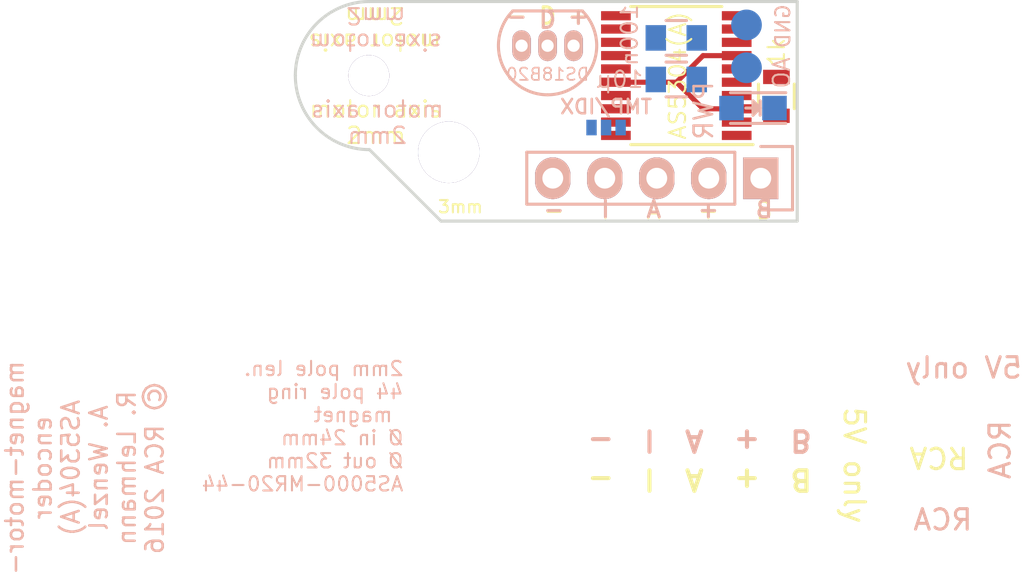
<source format=kicad_pcb>
(kicad_pcb (version 4) (host pcbnew 4.0.2-2.fc24-product)

  (general
    (links 22)
    (no_connects 20)
    (area 83.998999 43.295499 108.660001 54.177001)
    (thickness 1.6)
    (drawings 23)
    (tracks 5)
    (zones 0)
    (modules 12)
    (nets 20)
  )

  (page A4)
  (layers
    (0 F.Cu signal)
    (31 B.Cu signal)
    (32 B.Adhes user)
    (33 F.Adhes user)
    (34 B.Paste user)
    (35 F.Paste user)
    (36 B.SilkS user)
    (37 F.SilkS user)
    (38 B.Mask user)
    (39 F.Mask user)
    (40 Dwgs.User user)
    (41 Cmts.User user)
    (42 Eco1.User user)
    (43 Eco2.User user)
    (44 Edge.Cuts user)
    (45 Margin user)
    (46 B.CrtYd user)
    (47 F.CrtYd user)
    (48 B.Fab user)
    (49 F.Fab user)
  )

  (setup
    (last_trace_width 0.25)
    (trace_clearance 0.2)
    (zone_clearance 0.508)
    (zone_45_only yes)
    (trace_min 0.2)
    (segment_width 0.2)
    (edge_width 0.15)
    (via_size 0.6)
    (via_drill 0.4)
    (via_min_size 0.4)
    (via_min_drill 0.3)
    (uvia_size 0.3)
    (uvia_drill 0.1)
    (uvias_allowed no)
    (uvia_min_size 0.2)
    (uvia_min_drill 0.1)
    (pcb_text_width 0.3)
    (pcb_text_size 1.5 1.5)
    (mod_edge_width 0.15)
    (mod_text_size 1 1)
    (mod_text_width 0.15)
    (pad_size 2 2)
    (pad_drill 2)
    (pad_to_mask_clearance 0.2)
    (aux_axis_origin 0 0)
    (visible_elements FFFFF7FF)
    (pcbplotparams
      (layerselection 0x010f0_80000001)
      (usegerberextensions true)
      (excludeedgelayer true)
      (linewidth 0.100000)
      (plotframeref false)
      (viasonmask false)
      (mode 1)
      (useauxorigin false)
      (hpglpennumber 1)
      (hpglpenspeed 20)
      (hpglpendiameter 15)
      (hpglpenoverlay 2)
      (psnegative false)
      (psa4output false)
      (plotreference false)
      (plotvalue true)
      (plotinvisibletext false)
      (padsonsilk false)
      (subtractmaskfromsilk false)
      (outputformat 1)
      (mirror false)
      (drillshape 0)
      (scaleselection 1)
      (outputdirectory gerber/))
  )

  (net 0 "")
  (net 1 +5V)
  (net 2 GND)
  (net 3 "Net-(D1-Pad1)")
  (net 4 "Net-(U2-Pad5)")
  (net 5 "Net-(U2-Pad9)")
  (net 6 "Net-(U2-Pad10)")
  (net 7 "Net-(U2-Pad11)")
  (net 8 "Net-(U2-Pad12)")
  (net 9 "Net-(U2-Pad13)")
  (net 10 "Net-(U2-Pad14)")
  (net 11 "Net-(U2-Pad17)")
  (net 12 "Net-(U2-Pad18)")
  (net 13 "Net-(U2-Pad19)")
  (net 14 /B)
  (net 15 /A)
  (net 16 /TMP_IDX)
  (net 17 /TMP)
  (net 18 /IDX)
  (net 19 /AO)

  (net_class Default "This is the default net class."
    (clearance 0.2)
    (trace_width 0.25)
    (via_dia 0.6)
    (via_drill 0.4)
    (uvia_dia 0.3)
    (uvia_drill 0.1)
    (add_net +5V)
    (add_net /A)
    (add_net /AO)
    (add_net /B)
    (add_net /IDX)
    (add_net /TMP)
    (add_net /TMP_IDX)
    (add_net GND)
    (add_net "Net-(D1-Pad1)")
    (add_net "Net-(U2-Pad10)")
    (add_net "Net-(U2-Pad11)")
    (add_net "Net-(U2-Pad12)")
    (add_net "Net-(U2-Pad13)")
    (add_net "Net-(U2-Pad14)")
    (add_net "Net-(U2-Pad17)")
    (add_net "Net-(U2-Pad18)")
    (add_net "Net-(U2-Pad19)")
    (add_net "Net-(U2-Pad5)")
    (add_net "Net-(U2-Pad9)")
  )

  (module Mounting_Holes:MountingHole_3mm (layer F.Cu) (tedit 5797BC4B) (tstamp 57827FD3)
    (at 91.567 50.7365)
    (descr "Mounting hole, Befestigungsbohrung, 3mm, No Annular, Kein Restring,")
    (tags "Mounting hole, Befestigungsbohrung, 3mm, No Annular, Kein Restring,")
    (fp_text reference REF** (at 2.413 -0.127 90) (layer F.SilkS) hide
      (effects (font (size 0.6 0.6) (thickness 0.1)))
    )
    (fp_text value 3mm (at 0.5715 2.667 180) (layer F.SilkS)
      (effects (font (size 0.6 0.6) (thickness 0.1)))
    )
    (fp_circle (center 0 0) (end 3 0) (layer Cmts.User) (width 0.381))
    (pad 1 thru_hole circle (at 0 0) (size 3 3) (drill 3) (layers))
  )

  (module Capacitors_SMD:C_0805 (layer B.Cu) (tedit 5797BC0A) (tstamp 57822A43)
    (at 102.6795 45.1485)
    (descr "Capacitor SMD 0805, reflow soldering, AVX (see smccp.pdf)")
    (tags "capacitor 0805")
    (path /5781668B)
    (attr smd)
    (fp_text reference C1 (at 0.762 -2.54 270) (layer B.SilkS) hide
      (effects (font (size 0.8 0.8) (thickness 0.1)) (justify mirror))
    )
    (fp_text value 100n (at -2.286 -0.127 90) (layer B.SilkS)
      (effects (font (size 0.8 0.8) (thickness 0.1)) (justify mirror))
    )
    (fp_line (start -1.8 1) (end 1.8 1) (layer B.CrtYd) (width 0.05))
    (fp_line (start -1.8 -1) (end 1.8 -1) (layer B.CrtYd) (width 0.05))
    (fp_line (start -1.8 1) (end -1.8 -1) (layer B.CrtYd) (width 0.05))
    (fp_line (start 1.8 1) (end 1.8 -1) (layer B.CrtYd) (width 0.05))
    (fp_line (start 0.5 0.85) (end -0.5 0.85) (layer B.SilkS) (width 0.15))
    (fp_line (start -0.5 -0.85) (end 0.5 -0.85) (layer B.SilkS) (width 0.15))
    (pad 1 smd rect (at -1 0) (size 1 1.25) (layers B.Cu B.Paste B.Mask)
      (net 1 +5V))
    (pad 2 smd rect (at 1 0) (size 1 1.25) (layers B.Cu B.Paste B.Mask)
      (net 2 GND))
    (model Capacitors_SMD.3dshapes/C_0805.wrl
      (at (xyz 0 0 0))
      (scale (xyz 1 1 1))
      (rotate (xyz 0 0 0))
    )
  )

  (module Housings_SSOP:TSSOP-20_4.4x6.5mm_Pitch0.65mm (layer F.Cu) (tedit 5797BCDA) (tstamp 57822A84)
    (at 102.68 46.99 180)
    (descr "20-Lead Plastic Thin Shrink Small Outline (ST)-4.4 mm Body [TSSOP] (see Microchip Packaging Specification 00000049BS.pdf)")
    (tags "SSOP 0.65")
    (path /57816357)
    (attr smd)
    (fp_text reference U2 (at 1.461 4.6355 270) (layer F.SilkS) hide
      (effects (font (size 0.8 0.8) (thickness 0.1)))
    )
    (fp_text value "AS5304(A)" (at -0.063 0 270) (layer F.SilkS)
      (effects (font (size 0.8 0.8) (thickness 0.1)))
    )
    (fp_line (start -3.95 -3.55) (end -3.95 3.55) (layer F.CrtYd) (width 0.05))
    (fp_line (start 3.95 -3.55) (end 3.95 3.55) (layer F.CrtYd) (width 0.05))
    (fp_line (start -3.95 -3.55) (end 3.95 -3.55) (layer F.CrtYd) (width 0.05))
    (fp_line (start -3.95 3.55) (end 3.95 3.55) (layer F.CrtYd) (width 0.05))
    (fp_line (start -2.225 3.375) (end 2.225 3.375) (layer F.SilkS) (width 0.15))
    (fp_line (start -3.75 -3.375) (end 2.225 -3.375) (layer F.SilkS) (width 0.15))
    (pad 1 smd rect (at -2.95 -2.925 180) (size 1.45 0.45) (layers F.Cu F.Paste F.Mask)
      (net 2 GND))
    (pad 2 smd rect (at -2.95 -2.275 180) (size 1.45 0.45) (layers F.Cu F.Paste F.Mask)
      (net 15 /A))
    (pad 3 smd rect (at -2.95 -1.625 180) (size 1.45 0.45) (layers F.Cu F.Paste F.Mask)
      (net 1 +5V))
    (pad 4 smd rect (at -2.95 -0.975 180) (size 1.45 0.45) (layers F.Cu F.Paste F.Mask)
      (net 14 /B))
    (pad 5 smd rect (at -2.95 -0.325 180) (size 1.45 0.45) (layers F.Cu F.Paste F.Mask)
      (net 4 "Net-(U2-Pad5)"))
    (pad 6 smd rect (at -2.95 0.325 180) (size 1.45 0.45) (layers F.Cu F.Paste F.Mask)
      (net 19 /AO))
    (pad 7 smd rect (at -2.95 0.975 180) (size 1.45 0.45) (layers F.Cu F.Paste F.Mask)
      (net 1 +5V))
    (pad 8 smd rect (at -2.95 1.625 180) (size 1.45 0.45) (layers F.Cu F.Paste F.Mask)
      (net 18 /IDX))
    (pad 9 smd rect (at -2.95 2.275 180) (size 1.45 0.45) (layers F.Cu F.Paste F.Mask)
      (net 5 "Net-(U2-Pad9)"))
    (pad 10 smd rect (at -2.95 2.925 180) (size 1.45 0.45) (layers F.Cu F.Paste F.Mask)
      (net 6 "Net-(U2-Pad10)"))
    (pad 11 smd rect (at 2.95 2.925 180) (size 1.45 0.45) (layers F.Cu F.Paste F.Mask)
      (net 7 "Net-(U2-Pad11)"))
    (pad 12 smd rect (at 2.95 2.275 180) (size 1.45 0.45) (layers F.Cu F.Paste F.Mask)
      (net 8 "Net-(U2-Pad12)"))
    (pad 13 smd rect (at 2.95 1.625 180) (size 1.45 0.45) (layers F.Cu F.Paste F.Mask)
      (net 9 "Net-(U2-Pad13)"))
    (pad 14 smd rect (at 2.95 0.975 180) (size 1.45 0.45) (layers F.Cu F.Paste F.Mask)
      (net 10 "Net-(U2-Pad14)"))
    (pad 15 smd rect (at 2.95 0.325 180) (size 1.45 0.45) (layers F.Cu F.Paste F.Mask)
      (net 2 GND))
    (pad 16 smd rect (at 2.95 -0.325 180) (size 1.45 0.45) (layers F.Cu F.Paste F.Mask)
      (net 1 +5V))
    (pad 17 smd rect (at 2.95 -0.975 180) (size 1.45 0.45) (layers F.Cu F.Paste F.Mask)
      (net 11 "Net-(U2-Pad17)"))
    (pad 18 smd rect (at 2.95 -1.625 180) (size 1.45 0.45) (layers F.Cu F.Paste F.Mask)
      (net 12 "Net-(U2-Pad18)"))
    (pad 19 smd rect (at 2.95 -2.275 180) (size 1.45 0.45) (layers F.Cu F.Paste F.Mask)
      (net 13 "Net-(U2-Pad19)"))
    (pad 20 smd rect (at 2.95 -2.925 180) (size 1.45 0.45) (layers F.Cu F.Paste F.Mask)
      (net 2 GND))
    (model Housings_SSOP.3dshapes/TSSOP-20_4.4x6.5mm_Pitch0.65mm.wrl
      (at (xyz 0 0 0))
      (scale (xyz 1 1 1))
      (rotate (xyz 0 0 0))
    )
  )

  (module Capacitors_SMD:C_0805 (layer B.Cu) (tedit 5797BC1F) (tstamp 57822A49)
    (at 102.6795 47.1805)
    (descr "Capacitor SMD 0805, reflow soldering, AVX (see smccp.pdf)")
    (tags "capacitor 0805")
    (path /578166A4)
    (attr smd)
    (fp_text reference C2 (at 0 0 270) (layer B.SilkS) hide
      (effects (font (size 0.8 0.8) (thickness 0.1)) (justify mirror))
    )
    (fp_text value 10µ (at -2.794 0) (layer B.SilkS)
      (effects (font (size 0.8 0.8) (thickness 0.1)) (justify mirror))
    )
    (fp_line (start -1.8 1) (end 1.8 1) (layer B.CrtYd) (width 0.05))
    (fp_line (start -1.8 -1) (end 1.8 -1) (layer B.CrtYd) (width 0.05))
    (fp_line (start -1.8 1) (end -1.8 -1) (layer B.CrtYd) (width 0.05))
    (fp_line (start 1.8 1) (end 1.8 -1) (layer B.CrtYd) (width 0.05))
    (fp_line (start 0.5 0.85) (end -0.5 0.85) (layer B.SilkS) (width 0.15))
    (fp_line (start -0.5 -0.85) (end 0.5 -0.85) (layer B.SilkS) (width 0.15))
    (pad 1 smd rect (at -1 0) (size 1 1.25) (layers B.Cu B.Paste B.Mask)
      (net 1 +5V))
    (pad 2 smd rect (at 1 0) (size 1 1.25) (layers B.Cu B.Paste B.Mask)
      (net 2 GND))
    (model Capacitors_SMD.3dshapes/C_0805.wrl
      (at (xyz 0 0 0))
      (scale (xyz 1 1 1))
      (rotate (xyz 0 0 0))
    )
  )

  (module LEDs:LED_0805 (layer B.Cu) (tedit 5797BCD0) (tstamp 57822A4F)
    (at 106.426 48.5775 180)
    (descr "LED 0805 smd package")
    (tags "LED 0805 SMD")
    (path /578231AB)
    (attr smd)
    (fp_text reference D1 (at -2.921 -0.254 180) (layer B.SilkS) hide
      (effects (font (size 0.8 0.8) (thickness 0.1)) (justify mirror))
    )
    (fp_text value PWR (at 2.413 -0.127 450) (layer B.SilkS)
      (effects (font (size 0.9 0.9) (thickness 0.125)) (justify mirror))
    )
    (fp_line (start -1.6 -0.75) (end 1.1 -0.75) (layer B.SilkS) (width 0.15))
    (fp_line (start -1.6 0.75) (end 1.1 0.75) (layer B.SilkS) (width 0.15))
    (fp_line (start -0.1 -0.15) (end -0.1 0.1) (layer B.SilkS) (width 0.15))
    (fp_line (start -0.1 0.1) (end -0.25 -0.05) (layer B.SilkS) (width 0.15))
    (fp_line (start -0.35 0.35) (end -0.35 -0.35) (layer B.SilkS) (width 0.15))
    (fp_line (start 0 0) (end 0.35 0) (layer B.SilkS) (width 0.15))
    (fp_line (start -0.35 0) (end 0 0.35) (layer B.SilkS) (width 0.15))
    (fp_line (start 0 0.35) (end 0 -0.35) (layer B.SilkS) (width 0.15))
    (fp_line (start 0 -0.35) (end -0.35 0) (layer B.SilkS) (width 0.15))
    (fp_line (start 1.9 0.95) (end 1.9 -0.95) (layer B.CrtYd) (width 0.05))
    (fp_line (start 1.9 -0.95) (end -1.9 -0.95) (layer B.CrtYd) (width 0.05))
    (fp_line (start -1.9 -0.95) (end -1.9 0.95) (layer B.CrtYd) (width 0.05))
    (fp_line (start -1.9 0.95) (end 1.9 0.95) (layer B.CrtYd) (width 0.05))
    (pad 2 smd rect (at 1.04902 0) (size 1.19888 1.19888) (layers B.Cu B.Paste B.Mask)
      (net 1 +5V))
    (pad 1 smd rect (at -1.04902 0) (size 1.19888 1.19888) (layers B.Cu B.Paste B.Mask)
      (net 3 "Net-(D1-Pad1)"))
    (model LEDs.3dshapes/LED_0805.wrl
      (at (xyz 0 0 0))
      (scale (xyz 1 1 1))
      (rotate (xyz 0 0 0))
    )
  )

  (module Pin_Headers:Pin_Header_Straight_1x05 (layer B.Cu) (tedit 5797BCE2) (tstamp 57822A58)
    (at 106.807 52.0065 90)
    (descr "Through hole pin header")
    (tags "pin header")
    (path /57817BA9)
    (fp_text reference JP1 (at -3.1115 -0.8255 180) (layer B.SilkS) hide
      (effects (font (size 1 1) (thickness 0.15)) (justify mirror))
    )
    (fp_text value ENCODER (at 1.778 -5.08 180) (layer B.Fab)
      (effects (font (size 0.8 0.8) (thickness 0.1)) (justify mirror))
    )
    (fp_line (start -1.55 0) (end -1.55 1.55) (layer B.SilkS) (width 0.15))
    (fp_line (start -1.55 1.55) (end 1.55 1.55) (layer B.SilkS) (width 0.15))
    (fp_line (start 1.55 1.55) (end 1.55 0) (layer B.SilkS) (width 0.15))
    (fp_line (start -1.75 1.75) (end -1.75 -11.95) (layer B.CrtYd) (width 0.05))
    (fp_line (start 1.75 1.75) (end 1.75 -11.95) (layer B.CrtYd) (width 0.05))
    (fp_line (start -1.75 1.75) (end 1.75 1.75) (layer B.CrtYd) (width 0.05))
    (fp_line (start -1.75 -11.95) (end 1.75 -11.95) (layer B.CrtYd) (width 0.05))
    (fp_line (start 1.27 -1.27) (end 1.27 -11.43) (layer B.SilkS) (width 0.15))
    (fp_line (start 1.27 -11.43) (end -1.27 -11.43) (layer B.SilkS) (width 0.15))
    (fp_line (start -1.27 -11.43) (end -1.27 -1.27) (layer B.SilkS) (width 0.15))
    (fp_line (start 1.27 -1.27) (end -1.27 -1.27) (layer B.SilkS) (width 0.15))
    (pad 1 thru_hole rect (at 0 0 90) (size 2.032 1.7272) (drill 1.016) (layers *.Cu *.Mask B.SilkS)
      (net 14 /B))
    (pad 2 thru_hole oval (at 0 -2.54 90) (size 2.032 1.7272) (drill 1.016) (layers *.Cu *.Mask B.SilkS)
      (net 1 +5V))
    (pad 3 thru_hole oval (at 0 -5.08 90) (size 2.032 1.7272) (drill 1.016) (layers *.Cu *.Mask B.SilkS)
      (net 15 /A))
    (pad 4 thru_hole oval (at 0 -7.62 90) (size 2.032 1.7272) (drill 1.016) (layers *.Cu *.Mask B.SilkS)
      (net 16 /TMP_IDX))
    (pad 5 thru_hole oval (at 0 -10.16 90) (size 2.032 1.7272) (drill 1.016) (layers *.Cu *.Mask B.SilkS)
      (net 2 GND))
    (model Pin_Headers.3dshapes/Pin_Header_Straight_1x05.wrl
      (at (xyz 0 -0.2 0))
      (scale (xyz 1 1 1))
      (rotate (xyz 0 0 90))
    )
  )

  (module Resistors_SMD:R_0805 (layer F.Cu) (tedit 5797BCCD) (tstamp 57822A5E)
    (at 107.569 48.006 90)
    (descr "Resistor SMD 0805, reflow soldering, Vishay (see dcrcw.pdf)")
    (tags "resistor 0805")
    (path /57823260)
    (attr smd)
    (fp_text reference R1 (at 0.1905 2.159 180) (layer F.SilkS) hide
      (effects (font (size 0.8 0.8) (thickness 0.1)))
    )
    (fp_text value 1k (at 2.159 0 90) (layer F.SilkS)
      (effects (font (size 0.8 0.8) (thickness 0.1)))
    )
    (fp_line (start -1.6 -1) (end 1.6 -1) (layer F.CrtYd) (width 0.05))
    (fp_line (start -1.6 1) (end 1.6 1) (layer F.CrtYd) (width 0.05))
    (fp_line (start -1.6 -1) (end -1.6 1) (layer F.CrtYd) (width 0.05))
    (fp_line (start 1.6 -1) (end 1.6 1) (layer F.CrtYd) (width 0.05))
    (fp_line (start 0.6 0.875) (end -0.6 0.875) (layer F.SilkS) (width 0.15))
    (fp_line (start -0.6 -0.875) (end 0.6 -0.875) (layer F.SilkS) (width 0.15))
    (pad 1 smd rect (at -0.95 0 90) (size 0.7 1.3) (layers F.Cu F.Paste F.Mask)
      (net 3 "Net-(D1-Pad1)"))
    (pad 2 smd rect (at 0.95 0 90) (size 0.7 1.3) (layers F.Cu F.Paste F.Mask)
      (net 2 GND))
    (model Resistors_SMD.3dshapes/R_0805.wrl
      (at (xyz 0 0 0))
      (scale (xyz 1 1 1))
      (rotate (xyz 0 0 0))
    )
  )

  (module open-project:S_JUMPER_3 (layer B.Cu) (tedit 5797BC27) (tstamp 57822A65)
    (at 99.2505 49.53)
    (path /57818314)
    (fp_text reference SJ1 (at -1.905 0.127) (layer B.SilkS) hide
      (effects (font (size 0.762 0.762) (thickness 0.127)) (justify mirror))
    )
    (fp_text value TMP/IDX (at 0 -1.016) (layer B.SilkS)
      (effects (font (size 0.7 0.7) (thickness 0.125)) (justify mirror))
    )
    (pad 2 smd rect (at 0 0) (size 0.508 0.762) (layers B.Cu B.Paste B.Mask)
      (net 16 /TMP_IDX) (clearance 0.2032))
    (pad 1 smd rect (at -0.7112 0) (size 0.508 0.762) (layers B.Cu B.Paste B.Mask)
      (net 17 /TMP) (clearance 0.2032))
    (pad 3 smd rect (at 0.7112 0) (size 0.508 0.762) (layers B.Cu B.Paste B.Mask)
      (net 18 /IDX) (clearance 0.2032))
  )

  (module TO_SOT_Packages_THT:TO-92_Inline_Narrow_Oval (layer B.Cu) (tedit 5797BD07) (tstamp 57822A6C)
    (at 95.123 45.5295)
    (descr "TO-92 leads in-line, narrow, oval pads, drill 0.6mm (see NXP sot054_po.pdf)")
    (tags "to-92 sc-43 sc-43a sot54 PA33 transistor")
    (path /578170CD)
    (fp_text reference U1 (at 3.81 -0.254 90) (layer B.SilkS) hide
      (effects (font (size 0.8 0.8) (thickness 0.1)) (justify mirror))
    )
    (fp_text value DS18B20 (at 1.27 1.397) (layer B.SilkS)
      (effects (font (size 0.6 0.6) (thickness 0.08)) (justify mirror))
    )
    (fp_line (start -1.4 -1.95) (end -1.4 2.65) (layer B.CrtYd) (width 0.05))
    (fp_line (start -1.4 -1.95) (end 3.95 -1.95) (layer B.CrtYd) (width 0.05))
    (fp_line (start -0.43 -1.7) (end 2.97 -1.7) (layer B.SilkS) (width 0.15))
    (fp_arc (start 1.27 0) (end 1.27 2.4) (angle 135) (layer B.SilkS) (width 0.15))
    (fp_arc (start 1.27 0) (end 1.27 2.4) (angle -135) (layer B.SilkS) (width 0.15))
    (fp_line (start -1.4 2.65) (end 3.95 2.65) (layer B.CrtYd) (width 0.05))
    (fp_line (start 3.95 -1.95) (end 3.95 2.65) (layer B.CrtYd) (width 0.05))
    (pad 2 thru_hole oval (at 1.27 0 180) (size 0.89916 1.50114) (drill 0.6) (layers *.Cu *.Mask B.SilkS)
      (net 17 /TMP))
    (pad 3 thru_hole oval (at 2.54 0 180) (size 0.89916 1.50114) (drill 0.6) (layers *.Cu *.Mask B.SilkS)
      (net 1 +5V))
    (pad 1 thru_hole oval (at 0 0 180) (size 0.89916 1.50114) (drill 0.6) (layers *.Cu *.Mask B.SilkS)
      (net 2 GND))
    (model TO_SOT_Packages_THT.3dshapes/TO-92_Inline_Narrow_Oval.wrl
      (at (xyz 0.05 0 0))
      (scale (xyz 1 1 1))
      (rotate (xyz 0 0 -90))
    )
  )

  (module Measurement_Points:Measurement_Point_Round-SMD-Pad_Small (layer B.Cu) (tedit 5797BCC7) (tstamp 57822D63)
    (at 106.1085 44.5135)
    (descr "Mesurement Point, Round, SMD Pad, DM 1.5mm,")
    (tags "Mesurement Point Round SMD Pad 1.5mm")
    (path /57818B75)
    (attr virtual)
    (fp_text reference W1 (at 3.2385 -0.0635) (layer B.SilkS) hide
      (effects (font (size 0.8 0.8) (thickness 0.1)) (justify mirror))
    )
    (fp_text value GND (at 1.778 0.0635 90) (layer B.SilkS)
      (effects (font (size 0.7 0.7) (thickness 0.1)) (justify mirror))
    )
    (fp_circle (center 0 0) (end 1 0) (layer B.CrtYd) (width 0.05))
    (pad 1 smd circle (at 0 0) (size 1.5 1.5) (layers B.Cu B.Mask)
      (net 2 GND))
  )

  (module Measurement_Points:Measurement_Point_Round-SMD-Pad_Small (layer B.Cu) (tedit 5797BCC5) (tstamp 57822D67)
    (at 106.1085 46.609 180)
    (descr "Mesurement Point, Round, SMD Pad, DM 1.5mm,")
    (tags "Mesurement Point Round SMD Pad 1.5mm")
    (path /578189A0)
    (attr virtual)
    (fp_text reference W2 (at -3.3655 0 180) (layer B.SilkS) hide
      (effects (font (size 0.8 0.8) (thickness 0.1)) (justify mirror))
    )
    (fp_text value AO (at -1.7145 -0.254 450) (layer B.SilkS)
      (effects (font (size 0.8 0.8) (thickness 0.1)) (justify mirror))
    )
    (fp_circle (center 0 0) (end 1 0) (layer B.CrtYd) (width 0.05))
    (pad 1 smd circle (at 0 0 180) (size 1.5 1.5) (layers B.Cu B.Mask)
      (net 19 /AO))
  )

  (module bjh-kicad-mountingholes-fp:MountingHole_2-0mm (layer F.Cu) (tedit 5797BCEE) (tstamp 57826A94)
    (at 87.66 46.99)
    (tags "Mounting hole")
    (fp_text reference REF** (at -4.348 -3.302 180) (layer F.SilkS) hide
      (effects (font (size 1 1) (thickness 0.15)))
    )
    (fp_text value "Axis 2mm" (at 0.7955 -4.6355 180) (layer F.Fab) hide
      (effects (font (size 1 1) (thickness 0.15)))
    )
    (fp_circle (center 0 0) (end 1 0) (layer Cmts.User) (width 0.2))
    (pad 1 thru_hole circle (at 0 0) (size 2 2) (drill 2) (layers F.Cu))
  )

  (gr_line (start 87.6935 43.3705) (end 108.585 43.3705) (angle 90) (layer Edge.Cuts) (width 0.15))
  (gr_arc (start 87.6935 46.99) (end 84.074 46.99) (angle 90) (layer Edge.Cuts) (width 0.15))
  (gr_arc (start 87.6935 46.99) (end 87.6935 50.6095) (angle 90) (layer Edge.Cuts) (width 0.15))
  (gr_line (start 91.186 54.102) (end 108.585 54.102) (angle 90) (layer Edge.Cuts) (width 0.15))
  (gr_line (start 87.6935 50.6095) (end 91.186 54.102) (angle 90) (layer Edge.Cuts) (width 0.15))
  (gr_line (start 108.585 54.102) (end 108.585 43.3705) (angle 90) (layer Edge.Cuts) (width 0.15))
  (gr_text RCA (at 115.697 68.707) (layer B.SilkS)
    (effects (font (size 1 1) (thickness 0.15)) (justify mirror))
  )
  (gr_text RCA (at 115.5065 65.659 180) (layer F.SilkS)
    (effects (font (size 1 1) (thickness 0.15)))
  )
  (gr_text RCA (at 118.491 65.278 90) (layer B.SilkS)
    (effects (font (size 1 1) (thickness 0.15)) (justify mirror))
  )
  (gr_text "5V only" (at 111.379 66.04 270) (layer F.SilkS)
    (effects (font (size 1 1) (thickness 0.15)))
  )
  (gr_text "2mm pole len.\n44 pole ring\n magnet\nØ in 24mm\nØ out 32mm\nAS5000-MR20-44" (at 89.408 64.135) (layer B.SilkS)
    (effects (font (size 0.7 0.7) (thickness 0.1)) (justify left mirror))
  )
  (gr_text "motor axis\n2mm" (at 88.011 44.704 180) (layer B.SilkS)
    (effects (font (size 0.8 0.8) (thickness 0.1)) (justify mirror))
  )
  (gr_text "motor axis\n2mm" (at 88.0745 49.276) (layer B.SilkS)
    (effects (font (size 0.8 0.8) (thickness 0.1)) (justify mirror))
  )
  (gr_text "motor axis\n2mm" (at 87.9475 44.704 180) (layer F.SilkS)
    (effects (font (size 0.8 0.8) (thickness 0.1)))
  )
  (gr_text "motor axis\n2mm" (at 88.011 49.276) (layer F.SilkS)
    (effects (font (size 0.8 0.8) (thickness 0.1)))
  )
  (gr_text "-   I   A   +   B" (at 101.7905 53.594) (layer F.SilkS)
    (effects (font (size 0.8 0.8) (thickness 0.1)))
  )
  (gr_text "B   +   A   I   -" (at 101.7905 53.5305) (layer B.SilkS)
    (effects (font (size 0.8 0.8) (thickness 0.15)) (justify mirror))
  )
  (gr_text "- D +" (at 96.393 44.196 180) (layer B.SilkS)
    (effects (font (size 0.8 0.8) (thickness 0.15)) (justify mirror))
  )
  (gr_text "5V only" (at 116.713 61.2775) (layer B.SilkS)
    (effects (font (size 1 1) (thickness 0.15)) (justify mirror))
  )
  (gr_text "magnet-motor-\nencoder\nAS5304(A)\nA. Wenzel\nR. Lehmann\n© RCA 2016" (at 73.787 66.167 90) (layer B.SilkS)
    (effects (font (size 0.85 0.85) (thickness 0.125)) (justify mirror))
  )
  (gr_text "- D +" (at 96.393 44.069) (layer F.SilkS)
    (effects (font (size 0.8 0.8) (thickness 0.15)))
  )
  (gr_text "-  I  A  +  B" (at 103.8225 64.8335 180) (layer B.SilkS)
    (effects (font (size 1 1) (thickness 0.2)) (justify mirror))
  )
  (gr_text "B  +  A  I  -" (at 103.8225 66.7385 180) (layer F.SilkS)
    (effects (font (size 1 1) (thickness 0.2)))
  )

  (segment (start 99.73 47.315) (end 102.687 47.315) (width 0.25) (layer F.Cu) (net 1))
  (segment (start 105.63 48.615) (end 103.987 48.615) (width 0.25) (layer F.Cu) (net 1))
  (segment (start 103.987 48.615) (end 102.687 47.315) (width 0.25) (layer F.Cu) (net 1) (tstamp 57824990))
  (segment (start 103.987 46.015) (end 105.63 46.015) (width 0.25) (layer F.Cu) (net 1) (tstamp 5782498C))
  (segment (start 102.687 47.315) (end 103.987 46.015) (width 0.25) (layer F.Cu) (net 1) (tstamp 5782498B))

)

</source>
